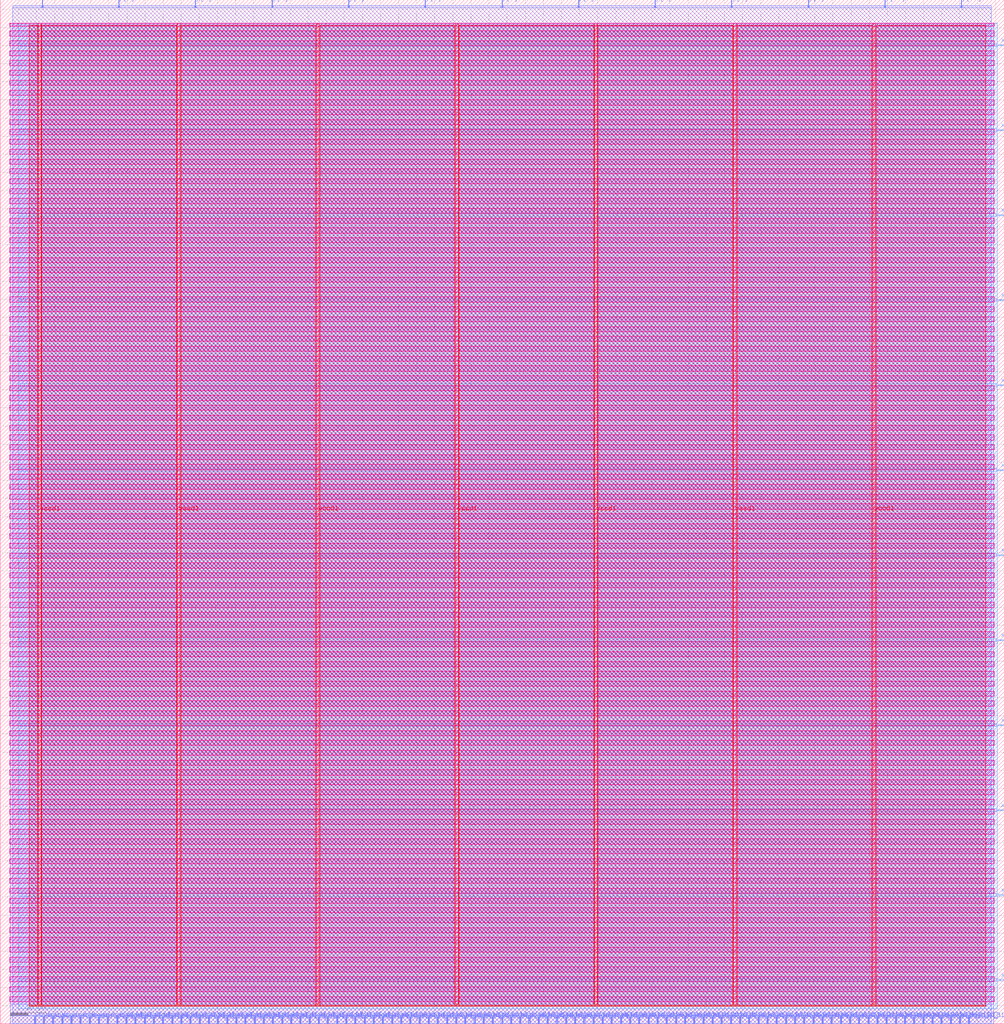
<source format=lef>
VERSION 5.7 ;
  NOWIREEXTENSIONATPIN ON ;
  DIVIDERCHAR "/" ;
  BUSBITCHARS "[]" ;
MACRO bqmain
  CLASS BLOCK ;
  FOREIGN bqmain ;
  ORIGIN 0.000 0.000 ;
  SIZE 554.570 BY 565.290 ;
  PIN bq_clk_i
    DIRECTION INPUT ;
    USE SIGNAL ;
    PORT
      LAYER met2 ;
        RECT 535.070 0.000 535.350 4.000 ;
    END
  END bq_clk_i
  PIN nreset
    DIRECTION INPUT ;
    USE SIGNAL ;
    PORT
      LAYER met2 ;
        RECT 23.090 561.290 23.370 565.290 ;
    END
  END nreset
  PIN vccd1
    DIRECTION INOUT ;
    USE POWER ;
    PORT
      LAYER met4 ;
        RECT 21.040 10.640 22.640 552.400 ;
    END
    PORT
      LAYER met4 ;
        RECT 174.640 10.640 176.240 552.400 ;
    END
    PORT
      LAYER met4 ;
        RECT 328.240 10.640 329.840 552.400 ;
    END
    PORT
      LAYER met4 ;
        RECT 481.840 10.640 483.440 552.400 ;
    END
  END vccd1
  PIN vssd1
    DIRECTION INOUT ;
    USE GROUND ;
    PORT
      LAYER met4 ;
        RECT 97.840 10.640 99.440 552.400 ;
    END
    PORT
      LAYER met4 ;
        RECT 251.440 10.640 253.040 552.400 ;
    END
    PORT
      LAYER met4 ;
        RECT 405.040 10.640 406.640 552.400 ;
    END
  END vssd1
  PIN wb_ack_o
    DIRECTION OUTPUT TRISTATE ;
    USE SIGNAL ;
    PORT
      LAYER met2 ;
        RECT 18.950 0.000 19.230 4.000 ;
    END
  END wb_ack_o
  PIN wb_adr_i[0]
    DIRECTION INPUT ;
    USE SIGNAL ;
    PORT
      LAYER met2 ;
        RECT 49.310 0.000 49.590 4.000 ;
    END
  END wb_adr_i[0]
  PIN wb_adr_i[10]
    DIRECTION INPUT ;
    USE SIGNAL ;
    PORT
      LAYER met2 ;
        RECT 201.110 0.000 201.390 4.000 ;
    END
  END wb_adr_i[10]
  PIN wb_adr_i[11]
    DIRECTION INPUT ;
    USE SIGNAL ;
    PORT
      LAYER met2 ;
        RECT 216.290 0.000 216.570 4.000 ;
    END
  END wb_adr_i[11]
  PIN wb_adr_i[12]
    DIRECTION INPUT ;
    USE SIGNAL ;
    PORT
      LAYER met2 ;
        RECT 231.470 0.000 231.750 4.000 ;
    END
  END wb_adr_i[12]
  PIN wb_adr_i[13]
    DIRECTION INPUT ;
    USE SIGNAL ;
    PORT
      LAYER met2 ;
        RECT 246.650 0.000 246.930 4.000 ;
    END
  END wb_adr_i[13]
  PIN wb_adr_i[14]
    DIRECTION INPUT ;
    USE SIGNAL ;
    PORT
      LAYER met2 ;
        RECT 261.830 0.000 262.110 4.000 ;
    END
  END wb_adr_i[14]
  PIN wb_adr_i[15]
    DIRECTION INPUT ;
    USE SIGNAL ;
    PORT
      LAYER met2 ;
        RECT 277.010 0.000 277.290 4.000 ;
    END
  END wb_adr_i[15]
  PIN wb_adr_i[16]
    DIRECTION INPUT ;
    USE SIGNAL ;
    PORT
      LAYER met2 ;
        RECT 292.190 0.000 292.470 4.000 ;
    END
  END wb_adr_i[16]
  PIN wb_adr_i[17]
    DIRECTION INPUT ;
    USE SIGNAL ;
    PORT
      LAYER met2 ;
        RECT 307.370 0.000 307.650 4.000 ;
    END
  END wb_adr_i[17]
  PIN wb_adr_i[18]
    DIRECTION INPUT ;
    USE SIGNAL ;
    PORT
      LAYER met2 ;
        RECT 322.550 0.000 322.830 4.000 ;
    END
  END wb_adr_i[18]
  PIN wb_adr_i[19]
    DIRECTION INPUT ;
    USE SIGNAL ;
    PORT
      LAYER met2 ;
        RECT 337.730 0.000 338.010 4.000 ;
    END
  END wb_adr_i[19]
  PIN wb_adr_i[1]
    DIRECTION INPUT ;
    USE SIGNAL ;
    PORT
      LAYER met2 ;
        RECT 64.490 0.000 64.770 4.000 ;
    END
  END wb_adr_i[1]
  PIN wb_adr_i[20]
    DIRECTION INPUT ;
    USE SIGNAL ;
    PORT
      LAYER met2 ;
        RECT 352.910 0.000 353.190 4.000 ;
    END
  END wb_adr_i[20]
  PIN wb_adr_i[21]
    DIRECTION INPUT ;
    USE SIGNAL ;
    PORT
      LAYER met2 ;
        RECT 368.090 0.000 368.370 4.000 ;
    END
  END wb_adr_i[21]
  PIN wb_adr_i[22]
    DIRECTION INPUT ;
    USE SIGNAL ;
    PORT
      LAYER met2 ;
        RECT 383.270 0.000 383.550 4.000 ;
    END
  END wb_adr_i[22]
  PIN wb_adr_i[23]
    DIRECTION INPUT ;
    USE SIGNAL ;
    PORT
      LAYER met2 ;
        RECT 398.450 0.000 398.730 4.000 ;
    END
  END wb_adr_i[23]
  PIN wb_adr_i[24]
    DIRECTION INPUT ;
    USE SIGNAL ;
    PORT
      LAYER met2 ;
        RECT 413.630 0.000 413.910 4.000 ;
    END
  END wb_adr_i[24]
  PIN wb_adr_i[25]
    DIRECTION INPUT ;
    USE SIGNAL ;
    PORT
      LAYER met2 ;
        RECT 428.810 0.000 429.090 4.000 ;
    END
  END wb_adr_i[25]
  PIN wb_adr_i[26]
    DIRECTION INPUT ;
    USE SIGNAL ;
    PORT
      LAYER met2 ;
        RECT 443.990 0.000 444.270 4.000 ;
    END
  END wb_adr_i[26]
  PIN wb_adr_i[27]
    DIRECTION INPUT ;
    USE SIGNAL ;
    PORT
      LAYER met2 ;
        RECT 459.170 0.000 459.450 4.000 ;
    END
  END wb_adr_i[27]
  PIN wb_adr_i[28]
    DIRECTION INPUT ;
    USE SIGNAL ;
    PORT
      LAYER met2 ;
        RECT 474.350 0.000 474.630 4.000 ;
    END
  END wb_adr_i[28]
  PIN wb_adr_i[29]
    DIRECTION INPUT ;
    USE SIGNAL ;
    PORT
      LAYER met2 ;
        RECT 489.530 0.000 489.810 4.000 ;
    END
  END wb_adr_i[29]
  PIN wb_adr_i[2]
    DIRECTION INPUT ;
    USE SIGNAL ;
    PORT
      LAYER met2 ;
        RECT 79.670 0.000 79.950 4.000 ;
    END
  END wb_adr_i[2]
  PIN wb_adr_i[30]
    DIRECTION INPUT ;
    USE SIGNAL ;
    PORT
      LAYER met2 ;
        RECT 504.710 0.000 504.990 4.000 ;
    END
  END wb_adr_i[30]
  PIN wb_adr_i[31]
    DIRECTION INPUT ;
    USE SIGNAL ;
    PORT
      LAYER met2 ;
        RECT 519.890 0.000 520.170 4.000 ;
    END
  END wb_adr_i[31]
  PIN wb_adr_i[3]
    DIRECTION INPUT ;
    USE SIGNAL ;
    PORT
      LAYER met2 ;
        RECT 94.850 0.000 95.130 4.000 ;
    END
  END wb_adr_i[3]
  PIN wb_adr_i[4]
    DIRECTION INPUT ;
    USE SIGNAL ;
    PORT
      LAYER met2 ;
        RECT 110.030 0.000 110.310 4.000 ;
    END
  END wb_adr_i[4]
  PIN wb_adr_i[5]
    DIRECTION INPUT ;
    USE SIGNAL ;
    PORT
      LAYER met2 ;
        RECT 125.210 0.000 125.490 4.000 ;
    END
  END wb_adr_i[5]
  PIN wb_adr_i[6]
    DIRECTION INPUT ;
    USE SIGNAL ;
    PORT
      LAYER met2 ;
        RECT 140.390 0.000 140.670 4.000 ;
    END
  END wb_adr_i[6]
  PIN wb_adr_i[7]
    DIRECTION INPUT ;
    USE SIGNAL ;
    PORT
      LAYER met2 ;
        RECT 155.570 0.000 155.850 4.000 ;
    END
  END wb_adr_i[7]
  PIN wb_adr_i[8]
    DIRECTION INPUT ;
    USE SIGNAL ;
    PORT
      LAYER met2 ;
        RECT 170.750 0.000 171.030 4.000 ;
    END
  END wb_adr_i[8]
  PIN wb_adr_i[9]
    DIRECTION INPUT ;
    USE SIGNAL ;
    PORT
      LAYER met2 ;
        RECT 185.930 0.000 186.210 4.000 ;
    END
  END wb_adr_i[9]
  PIN wb_clk_i
    DIRECTION INPUT ;
    USE SIGNAL ;
    PORT
      LAYER met2 ;
        RECT 24.010 0.000 24.290 4.000 ;
    END
  END wb_clk_i
  PIN wb_cyc_i
    DIRECTION INPUT ;
    USE SIGNAL ;
    PORT
      LAYER met2 ;
        RECT 29.070 0.000 29.350 4.000 ;
    END
  END wb_cyc_i
  PIN wb_dat_i[0]
    DIRECTION INPUT ;
    USE SIGNAL ;
    PORT
      LAYER met2 ;
        RECT 54.370 0.000 54.650 4.000 ;
    END
  END wb_dat_i[0]
  PIN wb_dat_i[10]
    DIRECTION INPUT ;
    USE SIGNAL ;
    PORT
      LAYER met2 ;
        RECT 206.170 0.000 206.450 4.000 ;
    END
  END wb_dat_i[10]
  PIN wb_dat_i[11]
    DIRECTION INPUT ;
    USE SIGNAL ;
    PORT
      LAYER met2 ;
        RECT 221.350 0.000 221.630 4.000 ;
    END
  END wb_dat_i[11]
  PIN wb_dat_i[12]
    DIRECTION INPUT ;
    USE SIGNAL ;
    PORT
      LAYER met2 ;
        RECT 236.530 0.000 236.810 4.000 ;
    END
  END wb_dat_i[12]
  PIN wb_dat_i[13]
    DIRECTION INPUT ;
    USE SIGNAL ;
    PORT
      LAYER met2 ;
        RECT 251.710 0.000 251.990 4.000 ;
    END
  END wb_dat_i[13]
  PIN wb_dat_i[14]
    DIRECTION INPUT ;
    USE SIGNAL ;
    PORT
      LAYER met2 ;
        RECT 266.890 0.000 267.170 4.000 ;
    END
  END wb_dat_i[14]
  PIN wb_dat_i[15]
    DIRECTION INPUT ;
    USE SIGNAL ;
    PORT
      LAYER met2 ;
        RECT 282.070 0.000 282.350 4.000 ;
    END
  END wb_dat_i[15]
  PIN wb_dat_i[16]
    DIRECTION INPUT ;
    USE SIGNAL ;
    PORT
      LAYER met2 ;
        RECT 297.250 0.000 297.530 4.000 ;
    END
  END wb_dat_i[16]
  PIN wb_dat_i[17]
    DIRECTION INPUT ;
    USE SIGNAL ;
    PORT
      LAYER met2 ;
        RECT 312.430 0.000 312.710 4.000 ;
    END
  END wb_dat_i[17]
  PIN wb_dat_i[18]
    DIRECTION INPUT ;
    USE SIGNAL ;
    PORT
      LAYER met2 ;
        RECT 327.610 0.000 327.890 4.000 ;
    END
  END wb_dat_i[18]
  PIN wb_dat_i[19]
    DIRECTION INPUT ;
    USE SIGNAL ;
    PORT
      LAYER met2 ;
        RECT 342.790 0.000 343.070 4.000 ;
    END
  END wb_dat_i[19]
  PIN wb_dat_i[1]
    DIRECTION INPUT ;
    USE SIGNAL ;
    PORT
      LAYER met2 ;
        RECT 69.550 0.000 69.830 4.000 ;
    END
  END wb_dat_i[1]
  PIN wb_dat_i[20]
    DIRECTION INPUT ;
    USE SIGNAL ;
    PORT
      LAYER met2 ;
        RECT 357.970 0.000 358.250 4.000 ;
    END
  END wb_dat_i[20]
  PIN wb_dat_i[21]
    DIRECTION INPUT ;
    USE SIGNAL ;
    PORT
      LAYER met2 ;
        RECT 373.150 0.000 373.430 4.000 ;
    END
  END wb_dat_i[21]
  PIN wb_dat_i[22]
    DIRECTION INPUT ;
    USE SIGNAL ;
    PORT
      LAYER met2 ;
        RECT 388.330 0.000 388.610 4.000 ;
    END
  END wb_dat_i[22]
  PIN wb_dat_i[23]
    DIRECTION INPUT ;
    USE SIGNAL ;
    PORT
      LAYER met2 ;
        RECT 403.510 0.000 403.790 4.000 ;
    END
  END wb_dat_i[23]
  PIN wb_dat_i[24]
    DIRECTION INPUT ;
    USE SIGNAL ;
    PORT
      LAYER met2 ;
        RECT 418.690 0.000 418.970 4.000 ;
    END
  END wb_dat_i[24]
  PIN wb_dat_i[25]
    DIRECTION INPUT ;
    USE SIGNAL ;
    PORT
      LAYER met2 ;
        RECT 433.870 0.000 434.150 4.000 ;
    END
  END wb_dat_i[25]
  PIN wb_dat_i[26]
    DIRECTION INPUT ;
    USE SIGNAL ;
    PORT
      LAYER met2 ;
        RECT 449.050 0.000 449.330 4.000 ;
    END
  END wb_dat_i[26]
  PIN wb_dat_i[27]
    DIRECTION INPUT ;
    USE SIGNAL ;
    PORT
      LAYER met2 ;
        RECT 464.230 0.000 464.510 4.000 ;
    END
  END wb_dat_i[27]
  PIN wb_dat_i[28]
    DIRECTION INPUT ;
    USE SIGNAL ;
    PORT
      LAYER met2 ;
        RECT 479.410 0.000 479.690 4.000 ;
    END
  END wb_dat_i[28]
  PIN wb_dat_i[29]
    DIRECTION INPUT ;
    USE SIGNAL ;
    PORT
      LAYER met2 ;
        RECT 494.590 0.000 494.870 4.000 ;
    END
  END wb_dat_i[29]
  PIN wb_dat_i[2]
    DIRECTION INPUT ;
    USE SIGNAL ;
    PORT
      LAYER met2 ;
        RECT 84.730 0.000 85.010 4.000 ;
    END
  END wb_dat_i[2]
  PIN wb_dat_i[30]
    DIRECTION INPUT ;
    USE SIGNAL ;
    PORT
      LAYER met2 ;
        RECT 509.770 0.000 510.050 4.000 ;
    END
  END wb_dat_i[30]
  PIN wb_dat_i[31]
    DIRECTION INPUT ;
    USE SIGNAL ;
    PORT
      LAYER met2 ;
        RECT 524.950 0.000 525.230 4.000 ;
    END
  END wb_dat_i[31]
  PIN wb_dat_i[3]
    DIRECTION INPUT ;
    USE SIGNAL ;
    PORT
      LAYER met2 ;
        RECT 99.910 0.000 100.190 4.000 ;
    END
  END wb_dat_i[3]
  PIN wb_dat_i[4]
    DIRECTION INPUT ;
    USE SIGNAL ;
    PORT
      LAYER met2 ;
        RECT 115.090 0.000 115.370 4.000 ;
    END
  END wb_dat_i[4]
  PIN wb_dat_i[5]
    DIRECTION INPUT ;
    USE SIGNAL ;
    PORT
      LAYER met2 ;
        RECT 130.270 0.000 130.550 4.000 ;
    END
  END wb_dat_i[5]
  PIN wb_dat_i[6]
    DIRECTION INPUT ;
    USE SIGNAL ;
    PORT
      LAYER met2 ;
        RECT 145.450 0.000 145.730 4.000 ;
    END
  END wb_dat_i[6]
  PIN wb_dat_i[7]
    DIRECTION INPUT ;
    USE SIGNAL ;
    PORT
      LAYER met2 ;
        RECT 160.630 0.000 160.910 4.000 ;
    END
  END wb_dat_i[7]
  PIN wb_dat_i[8]
    DIRECTION INPUT ;
    USE SIGNAL ;
    PORT
      LAYER met2 ;
        RECT 175.810 0.000 176.090 4.000 ;
    END
  END wb_dat_i[8]
  PIN wb_dat_i[9]
    DIRECTION INPUT ;
    USE SIGNAL ;
    PORT
      LAYER met2 ;
        RECT 190.990 0.000 191.270 4.000 ;
    END
  END wb_dat_i[9]
  PIN wb_dat_o[0]
    DIRECTION OUTPUT TRISTATE ;
    USE SIGNAL ;
    PORT
      LAYER met2 ;
        RECT 59.430 0.000 59.710 4.000 ;
    END
  END wb_dat_o[0]
  PIN wb_dat_o[10]
    DIRECTION OUTPUT TRISTATE ;
    USE SIGNAL ;
    PORT
      LAYER met2 ;
        RECT 211.230 0.000 211.510 4.000 ;
    END
  END wb_dat_o[10]
  PIN wb_dat_o[11]
    DIRECTION OUTPUT TRISTATE ;
    USE SIGNAL ;
    PORT
      LAYER met2 ;
        RECT 226.410 0.000 226.690 4.000 ;
    END
  END wb_dat_o[11]
  PIN wb_dat_o[12]
    DIRECTION OUTPUT TRISTATE ;
    USE SIGNAL ;
    PORT
      LAYER met2 ;
        RECT 241.590 0.000 241.870 4.000 ;
    END
  END wb_dat_o[12]
  PIN wb_dat_o[13]
    DIRECTION OUTPUT TRISTATE ;
    USE SIGNAL ;
    PORT
      LAYER met2 ;
        RECT 256.770 0.000 257.050 4.000 ;
    END
  END wb_dat_o[13]
  PIN wb_dat_o[14]
    DIRECTION OUTPUT TRISTATE ;
    USE SIGNAL ;
    PORT
      LAYER met2 ;
        RECT 271.950 0.000 272.230 4.000 ;
    END
  END wb_dat_o[14]
  PIN wb_dat_o[15]
    DIRECTION OUTPUT TRISTATE ;
    USE SIGNAL ;
    PORT
      LAYER met2 ;
        RECT 287.130 0.000 287.410 4.000 ;
    END
  END wb_dat_o[15]
  PIN wb_dat_o[16]
    DIRECTION OUTPUT TRISTATE ;
    USE SIGNAL ;
    PORT
      LAYER met2 ;
        RECT 302.310 0.000 302.590 4.000 ;
    END
  END wb_dat_o[16]
  PIN wb_dat_o[17]
    DIRECTION OUTPUT TRISTATE ;
    USE SIGNAL ;
    PORT
      LAYER met2 ;
        RECT 317.490 0.000 317.770 4.000 ;
    END
  END wb_dat_o[17]
  PIN wb_dat_o[18]
    DIRECTION OUTPUT TRISTATE ;
    USE SIGNAL ;
    PORT
      LAYER met2 ;
        RECT 332.670 0.000 332.950 4.000 ;
    END
  END wb_dat_o[18]
  PIN wb_dat_o[19]
    DIRECTION OUTPUT TRISTATE ;
    USE SIGNAL ;
    PORT
      LAYER met2 ;
        RECT 347.850 0.000 348.130 4.000 ;
    END
  END wb_dat_o[19]
  PIN wb_dat_o[1]
    DIRECTION OUTPUT TRISTATE ;
    USE SIGNAL ;
    PORT
      LAYER met2 ;
        RECT 74.610 0.000 74.890 4.000 ;
    END
  END wb_dat_o[1]
  PIN wb_dat_o[20]
    DIRECTION OUTPUT TRISTATE ;
    USE SIGNAL ;
    PORT
      LAYER met2 ;
        RECT 363.030 0.000 363.310 4.000 ;
    END
  END wb_dat_o[20]
  PIN wb_dat_o[21]
    DIRECTION OUTPUT TRISTATE ;
    USE SIGNAL ;
    PORT
      LAYER met2 ;
        RECT 378.210 0.000 378.490 4.000 ;
    END
  END wb_dat_o[21]
  PIN wb_dat_o[22]
    DIRECTION OUTPUT TRISTATE ;
    USE SIGNAL ;
    PORT
      LAYER met2 ;
        RECT 393.390 0.000 393.670 4.000 ;
    END
  END wb_dat_o[22]
  PIN wb_dat_o[23]
    DIRECTION OUTPUT TRISTATE ;
    USE SIGNAL ;
    PORT
      LAYER met2 ;
        RECT 408.570 0.000 408.850 4.000 ;
    END
  END wb_dat_o[23]
  PIN wb_dat_o[24]
    DIRECTION OUTPUT TRISTATE ;
    USE SIGNAL ;
    PORT
      LAYER met2 ;
        RECT 423.750 0.000 424.030 4.000 ;
    END
  END wb_dat_o[24]
  PIN wb_dat_o[25]
    DIRECTION OUTPUT TRISTATE ;
    USE SIGNAL ;
    PORT
      LAYER met2 ;
        RECT 438.930 0.000 439.210 4.000 ;
    END
  END wb_dat_o[25]
  PIN wb_dat_o[26]
    DIRECTION OUTPUT TRISTATE ;
    USE SIGNAL ;
    PORT
      LAYER met2 ;
        RECT 454.110 0.000 454.390 4.000 ;
    END
  END wb_dat_o[26]
  PIN wb_dat_o[27]
    DIRECTION OUTPUT TRISTATE ;
    USE SIGNAL ;
    PORT
      LAYER met2 ;
        RECT 469.290 0.000 469.570 4.000 ;
    END
  END wb_dat_o[27]
  PIN wb_dat_o[28]
    DIRECTION OUTPUT TRISTATE ;
    USE SIGNAL ;
    PORT
      LAYER met2 ;
        RECT 484.470 0.000 484.750 4.000 ;
    END
  END wb_dat_o[28]
  PIN wb_dat_o[29]
    DIRECTION OUTPUT TRISTATE ;
    USE SIGNAL ;
    PORT
      LAYER met2 ;
        RECT 499.650 0.000 499.930 4.000 ;
    END
  END wb_dat_o[29]
  PIN wb_dat_o[2]
    DIRECTION OUTPUT TRISTATE ;
    USE SIGNAL ;
    PORT
      LAYER met2 ;
        RECT 89.790 0.000 90.070 4.000 ;
    END
  END wb_dat_o[2]
  PIN wb_dat_o[30]
    DIRECTION OUTPUT TRISTATE ;
    USE SIGNAL ;
    PORT
      LAYER met2 ;
        RECT 514.830 0.000 515.110 4.000 ;
    END
  END wb_dat_o[30]
  PIN wb_dat_o[31]
    DIRECTION OUTPUT TRISTATE ;
    USE SIGNAL ;
    PORT
      LAYER met2 ;
        RECT 530.010 0.000 530.290 4.000 ;
    END
  END wb_dat_o[31]
  PIN wb_dat_o[3]
    DIRECTION OUTPUT TRISTATE ;
    USE SIGNAL ;
    PORT
      LAYER met2 ;
        RECT 104.970 0.000 105.250 4.000 ;
    END
  END wb_dat_o[3]
  PIN wb_dat_o[4]
    DIRECTION OUTPUT TRISTATE ;
    USE SIGNAL ;
    PORT
      LAYER met2 ;
        RECT 120.150 0.000 120.430 4.000 ;
    END
  END wb_dat_o[4]
  PIN wb_dat_o[5]
    DIRECTION OUTPUT TRISTATE ;
    USE SIGNAL ;
    PORT
      LAYER met2 ;
        RECT 135.330 0.000 135.610 4.000 ;
    END
  END wb_dat_o[5]
  PIN wb_dat_o[6]
    DIRECTION OUTPUT TRISTATE ;
    USE SIGNAL ;
    PORT
      LAYER met2 ;
        RECT 150.510 0.000 150.790 4.000 ;
    END
  END wb_dat_o[6]
  PIN wb_dat_o[7]
    DIRECTION OUTPUT TRISTATE ;
    USE SIGNAL ;
    PORT
      LAYER met2 ;
        RECT 165.690 0.000 165.970 4.000 ;
    END
  END wb_dat_o[7]
  PIN wb_dat_o[8]
    DIRECTION OUTPUT TRISTATE ;
    USE SIGNAL ;
    PORT
      LAYER met2 ;
        RECT 180.870 0.000 181.150 4.000 ;
    END
  END wb_dat_o[8]
  PIN wb_dat_o[9]
    DIRECTION OUTPUT TRISTATE ;
    USE SIGNAL ;
    PORT
      LAYER met2 ;
        RECT 196.050 0.000 196.330 4.000 ;
    END
  END wb_dat_o[9]
  PIN wb_rst_i
    DIRECTION INPUT ;
    USE SIGNAL ;
    PORT
      LAYER met2 ;
        RECT 34.130 0.000 34.410 4.000 ;
    END
  END wb_rst_i
  PIN wb_stb_i
    DIRECTION INPUT ;
    USE SIGNAL ;
    PORT
      LAYER met2 ;
        RECT 39.190 0.000 39.470 4.000 ;
    END
  END wb_stb_i
  PIN wb_we_i
    DIRECTION INPUT ;
    USE SIGNAL ;
    PORT
      LAYER met2 ;
        RECT 44.250 0.000 44.530 4.000 ;
    END
  END wb_we_i
  PIN x[0]
    DIRECTION INPUT ;
    USE SIGNAL ;
    PORT
      LAYER met3 ;
        RECT 550.570 23.840 554.570 24.440 ;
    END
  END x[0]
  PIN x[10]
    DIRECTION INPUT ;
    USE SIGNAL ;
    PORT
      LAYER met3 ;
        RECT 550.570 493.040 554.570 493.640 ;
    END
  END x[10]
  PIN x[11]
    DIRECTION INPUT ;
    USE SIGNAL ;
    PORT
      LAYER met3 ;
        RECT 550.570 539.960 554.570 540.560 ;
    END
  END x[11]
  PIN x[1]
    DIRECTION INPUT ;
    USE SIGNAL ;
    PORT
      LAYER met3 ;
        RECT 550.570 70.760 554.570 71.360 ;
    END
  END x[1]
  PIN x[2]
    DIRECTION INPUT ;
    USE SIGNAL ;
    PORT
      LAYER met3 ;
        RECT 550.570 117.680 554.570 118.280 ;
    END
  END x[2]
  PIN x[3]
    DIRECTION INPUT ;
    USE SIGNAL ;
    PORT
      LAYER met3 ;
        RECT 550.570 164.600 554.570 165.200 ;
    END
  END x[3]
  PIN x[4]
    DIRECTION INPUT ;
    USE SIGNAL ;
    PORT
      LAYER met3 ;
        RECT 550.570 211.520 554.570 212.120 ;
    END
  END x[4]
  PIN x[5]
    DIRECTION INPUT ;
    USE SIGNAL ;
    PORT
      LAYER met3 ;
        RECT 550.570 258.440 554.570 259.040 ;
    END
  END x[5]
  PIN x[6]
    DIRECTION INPUT ;
    USE SIGNAL ;
    PORT
      LAYER met3 ;
        RECT 550.570 305.360 554.570 305.960 ;
    END
  END x[6]
  PIN x[7]
    DIRECTION INPUT ;
    USE SIGNAL ;
    PORT
      LAYER met3 ;
        RECT 550.570 352.280 554.570 352.880 ;
    END
  END x[7]
  PIN x[8]
    DIRECTION INPUT ;
    USE SIGNAL ;
    PORT
      LAYER met3 ;
        RECT 550.570 399.200 554.570 399.800 ;
    END
  END x[8]
  PIN x[9]
    DIRECTION INPUT ;
    USE SIGNAL ;
    PORT
      LAYER met3 ;
        RECT 550.570 446.120 554.570 446.720 ;
    END
  END x[9]
  PIN y[0]
    DIRECTION OUTPUT TRISTATE ;
    USE SIGNAL ;
    PORT
      LAYER met2 ;
        RECT 65.410 561.290 65.690 565.290 ;
    END
  END y[0]
  PIN y[10]
    DIRECTION OUTPUT TRISTATE ;
    USE SIGNAL ;
    PORT
      LAYER met2 ;
        RECT 488.610 561.290 488.890 565.290 ;
    END
  END y[10]
  PIN y[11]
    DIRECTION OUTPUT TRISTATE ;
    USE SIGNAL ;
    PORT
      LAYER met2 ;
        RECT 530.930 561.290 531.210 565.290 ;
    END
  END y[11]
  PIN y[1]
    DIRECTION OUTPUT TRISTATE ;
    USE SIGNAL ;
    PORT
      LAYER met2 ;
        RECT 107.730 561.290 108.010 565.290 ;
    END
  END y[1]
  PIN y[2]
    DIRECTION OUTPUT TRISTATE ;
    USE SIGNAL ;
    PORT
      LAYER met2 ;
        RECT 150.050 561.290 150.330 565.290 ;
    END
  END y[2]
  PIN y[3]
    DIRECTION OUTPUT TRISTATE ;
    USE SIGNAL ;
    PORT
      LAYER met2 ;
        RECT 192.370 561.290 192.650 565.290 ;
    END
  END y[3]
  PIN y[4]
    DIRECTION OUTPUT TRISTATE ;
    USE SIGNAL ;
    PORT
      LAYER met2 ;
        RECT 234.690 561.290 234.970 565.290 ;
    END
  END y[4]
  PIN y[5]
    DIRECTION OUTPUT TRISTATE ;
    USE SIGNAL ;
    PORT
      LAYER met2 ;
        RECT 277.010 561.290 277.290 565.290 ;
    END
  END y[5]
  PIN y[6]
    DIRECTION OUTPUT TRISTATE ;
    USE SIGNAL ;
    PORT
      LAYER met2 ;
        RECT 319.330 561.290 319.610 565.290 ;
    END
  END y[6]
  PIN y[7]
    DIRECTION OUTPUT TRISTATE ;
    USE SIGNAL ;
    PORT
      LAYER met2 ;
        RECT 361.650 561.290 361.930 565.290 ;
    END
  END y[7]
  PIN y[8]
    DIRECTION OUTPUT TRISTATE ;
    USE SIGNAL ;
    PORT
      LAYER met2 ;
        RECT 403.970 561.290 404.250 565.290 ;
    END
  END y[8]
  PIN y[9]
    DIRECTION OUTPUT TRISTATE ;
    USE SIGNAL ;
    PORT
      LAYER met2 ;
        RECT 446.290 561.290 446.570 565.290 ;
    END
  END y[9]
  OBS
      LAYER nwell ;
        RECT 5.330 550.745 548.970 552.350 ;
        RECT 5.330 545.305 548.970 548.135 ;
        RECT 5.330 539.865 548.970 542.695 ;
        RECT 5.330 534.425 548.970 537.255 ;
        RECT 5.330 528.985 548.970 531.815 ;
        RECT 5.330 523.545 548.970 526.375 ;
        RECT 5.330 518.105 548.970 520.935 ;
        RECT 5.330 512.665 548.970 515.495 ;
        RECT 5.330 507.225 548.970 510.055 ;
        RECT 5.330 501.785 548.970 504.615 ;
        RECT 5.330 496.345 548.970 499.175 ;
        RECT 5.330 490.905 548.970 493.735 ;
        RECT 5.330 485.465 548.970 488.295 ;
        RECT 5.330 480.025 548.970 482.855 ;
        RECT 5.330 474.585 548.970 477.415 ;
        RECT 5.330 469.145 548.970 471.975 ;
        RECT 5.330 463.705 548.970 466.535 ;
        RECT 5.330 458.265 548.970 461.095 ;
        RECT 5.330 452.825 548.970 455.655 ;
        RECT 5.330 447.385 548.970 450.215 ;
        RECT 5.330 441.945 548.970 444.775 ;
        RECT 5.330 436.505 548.970 439.335 ;
        RECT 5.330 431.065 548.970 433.895 ;
        RECT 5.330 425.625 548.970 428.455 ;
        RECT 5.330 420.185 548.970 423.015 ;
        RECT 5.330 414.745 548.970 417.575 ;
        RECT 5.330 409.305 548.970 412.135 ;
        RECT 5.330 403.865 548.970 406.695 ;
        RECT 5.330 398.425 548.970 401.255 ;
        RECT 5.330 392.985 548.970 395.815 ;
        RECT 5.330 387.545 548.970 390.375 ;
        RECT 5.330 382.105 548.970 384.935 ;
        RECT 5.330 376.665 548.970 379.495 ;
        RECT 5.330 371.225 548.970 374.055 ;
        RECT 5.330 365.785 548.970 368.615 ;
        RECT 5.330 360.345 548.970 363.175 ;
        RECT 5.330 354.905 548.970 357.735 ;
        RECT 5.330 349.465 548.970 352.295 ;
        RECT 5.330 344.025 548.970 346.855 ;
        RECT 5.330 338.585 548.970 341.415 ;
        RECT 5.330 333.145 548.970 335.975 ;
        RECT 5.330 327.705 548.970 330.535 ;
        RECT 5.330 322.265 548.970 325.095 ;
        RECT 5.330 316.825 548.970 319.655 ;
        RECT 5.330 311.385 548.970 314.215 ;
        RECT 5.330 305.945 548.970 308.775 ;
        RECT 5.330 300.505 548.970 303.335 ;
        RECT 5.330 295.065 548.970 297.895 ;
        RECT 5.330 289.625 548.970 292.455 ;
        RECT 5.330 284.185 548.970 287.015 ;
        RECT 5.330 278.745 548.970 281.575 ;
        RECT 5.330 273.305 548.970 276.135 ;
        RECT 5.330 267.865 548.970 270.695 ;
        RECT 5.330 262.425 548.970 265.255 ;
        RECT 5.330 256.985 548.970 259.815 ;
        RECT 5.330 251.545 548.970 254.375 ;
        RECT 5.330 246.105 548.970 248.935 ;
        RECT 5.330 240.665 548.970 243.495 ;
        RECT 5.330 235.225 548.970 238.055 ;
        RECT 5.330 229.785 548.970 232.615 ;
        RECT 5.330 224.345 548.970 227.175 ;
        RECT 5.330 218.905 548.970 221.735 ;
        RECT 5.330 213.465 548.970 216.295 ;
        RECT 5.330 208.025 548.970 210.855 ;
        RECT 5.330 202.585 548.970 205.415 ;
        RECT 5.330 197.145 548.970 199.975 ;
        RECT 5.330 191.705 548.970 194.535 ;
        RECT 5.330 186.265 548.970 189.095 ;
        RECT 5.330 180.825 548.970 183.655 ;
        RECT 5.330 175.385 548.970 178.215 ;
        RECT 5.330 169.945 548.970 172.775 ;
        RECT 5.330 164.505 548.970 167.335 ;
        RECT 5.330 159.065 548.970 161.895 ;
        RECT 5.330 153.625 548.970 156.455 ;
        RECT 5.330 148.185 548.970 151.015 ;
        RECT 5.330 142.745 548.970 145.575 ;
        RECT 5.330 137.305 548.970 140.135 ;
        RECT 5.330 131.865 548.970 134.695 ;
        RECT 5.330 126.425 548.970 129.255 ;
        RECT 5.330 120.985 548.970 123.815 ;
        RECT 5.330 115.545 548.970 118.375 ;
        RECT 5.330 110.105 548.970 112.935 ;
        RECT 5.330 104.665 548.970 107.495 ;
        RECT 5.330 99.225 548.970 102.055 ;
        RECT 5.330 93.785 548.970 96.615 ;
        RECT 5.330 88.345 548.970 91.175 ;
        RECT 5.330 82.905 548.970 85.735 ;
        RECT 5.330 77.465 548.970 80.295 ;
        RECT 5.330 72.025 548.970 74.855 ;
        RECT 5.330 66.585 548.970 69.415 ;
        RECT 5.330 61.145 548.970 63.975 ;
        RECT 5.330 55.705 548.970 58.535 ;
        RECT 5.330 50.265 548.970 53.095 ;
        RECT 5.330 44.825 548.970 47.655 ;
        RECT 5.330 39.385 548.970 42.215 ;
        RECT 5.330 33.945 548.970 36.775 ;
        RECT 5.330 28.505 548.970 31.335 ;
        RECT 5.330 23.065 548.970 25.895 ;
        RECT 5.330 17.625 548.970 20.455 ;
        RECT 5.330 12.185 548.970 15.015 ;
      LAYER li1 ;
        RECT 5.520 10.795 548.780 552.245 ;
      LAYER met1 ;
        RECT 5.520 0.040 548.780 552.400 ;
      LAYER met2 ;
        RECT 7.000 561.010 22.810 562.090 ;
        RECT 23.650 561.010 65.130 562.090 ;
        RECT 65.970 561.010 107.450 562.090 ;
        RECT 108.290 561.010 149.770 562.090 ;
        RECT 150.610 561.010 192.090 562.090 ;
        RECT 192.930 561.010 234.410 562.090 ;
        RECT 235.250 561.010 276.730 562.090 ;
        RECT 277.570 561.010 319.050 562.090 ;
        RECT 319.890 561.010 361.370 562.090 ;
        RECT 362.210 561.010 403.690 562.090 ;
        RECT 404.530 561.010 446.010 562.090 ;
        RECT 446.850 561.010 488.330 562.090 ;
        RECT 489.170 561.010 530.650 562.090 ;
        RECT 531.490 561.010 547.300 562.090 ;
        RECT 7.000 4.280 547.300 561.010 ;
        RECT 7.000 0.010 18.670 4.280 ;
        RECT 19.510 0.010 23.730 4.280 ;
        RECT 24.570 0.010 28.790 4.280 ;
        RECT 29.630 0.010 33.850 4.280 ;
        RECT 34.690 0.010 38.910 4.280 ;
        RECT 39.750 0.010 43.970 4.280 ;
        RECT 44.810 0.010 49.030 4.280 ;
        RECT 49.870 0.010 54.090 4.280 ;
        RECT 54.930 0.010 59.150 4.280 ;
        RECT 59.990 0.010 64.210 4.280 ;
        RECT 65.050 0.010 69.270 4.280 ;
        RECT 70.110 0.010 74.330 4.280 ;
        RECT 75.170 0.010 79.390 4.280 ;
        RECT 80.230 0.010 84.450 4.280 ;
        RECT 85.290 0.010 89.510 4.280 ;
        RECT 90.350 0.010 94.570 4.280 ;
        RECT 95.410 0.010 99.630 4.280 ;
        RECT 100.470 0.010 104.690 4.280 ;
        RECT 105.530 0.010 109.750 4.280 ;
        RECT 110.590 0.010 114.810 4.280 ;
        RECT 115.650 0.010 119.870 4.280 ;
        RECT 120.710 0.010 124.930 4.280 ;
        RECT 125.770 0.010 129.990 4.280 ;
        RECT 130.830 0.010 135.050 4.280 ;
        RECT 135.890 0.010 140.110 4.280 ;
        RECT 140.950 0.010 145.170 4.280 ;
        RECT 146.010 0.010 150.230 4.280 ;
        RECT 151.070 0.010 155.290 4.280 ;
        RECT 156.130 0.010 160.350 4.280 ;
        RECT 161.190 0.010 165.410 4.280 ;
        RECT 166.250 0.010 170.470 4.280 ;
        RECT 171.310 0.010 175.530 4.280 ;
        RECT 176.370 0.010 180.590 4.280 ;
        RECT 181.430 0.010 185.650 4.280 ;
        RECT 186.490 0.010 190.710 4.280 ;
        RECT 191.550 0.010 195.770 4.280 ;
        RECT 196.610 0.010 200.830 4.280 ;
        RECT 201.670 0.010 205.890 4.280 ;
        RECT 206.730 0.010 210.950 4.280 ;
        RECT 211.790 0.010 216.010 4.280 ;
        RECT 216.850 0.010 221.070 4.280 ;
        RECT 221.910 0.010 226.130 4.280 ;
        RECT 226.970 0.010 231.190 4.280 ;
        RECT 232.030 0.010 236.250 4.280 ;
        RECT 237.090 0.010 241.310 4.280 ;
        RECT 242.150 0.010 246.370 4.280 ;
        RECT 247.210 0.010 251.430 4.280 ;
        RECT 252.270 0.010 256.490 4.280 ;
        RECT 257.330 0.010 261.550 4.280 ;
        RECT 262.390 0.010 266.610 4.280 ;
        RECT 267.450 0.010 271.670 4.280 ;
        RECT 272.510 0.010 276.730 4.280 ;
        RECT 277.570 0.010 281.790 4.280 ;
        RECT 282.630 0.010 286.850 4.280 ;
        RECT 287.690 0.010 291.910 4.280 ;
        RECT 292.750 0.010 296.970 4.280 ;
        RECT 297.810 0.010 302.030 4.280 ;
        RECT 302.870 0.010 307.090 4.280 ;
        RECT 307.930 0.010 312.150 4.280 ;
        RECT 312.990 0.010 317.210 4.280 ;
        RECT 318.050 0.010 322.270 4.280 ;
        RECT 323.110 0.010 327.330 4.280 ;
        RECT 328.170 0.010 332.390 4.280 ;
        RECT 333.230 0.010 337.450 4.280 ;
        RECT 338.290 0.010 342.510 4.280 ;
        RECT 343.350 0.010 347.570 4.280 ;
        RECT 348.410 0.010 352.630 4.280 ;
        RECT 353.470 0.010 357.690 4.280 ;
        RECT 358.530 0.010 362.750 4.280 ;
        RECT 363.590 0.010 367.810 4.280 ;
        RECT 368.650 0.010 372.870 4.280 ;
        RECT 373.710 0.010 377.930 4.280 ;
        RECT 378.770 0.010 382.990 4.280 ;
        RECT 383.830 0.010 388.050 4.280 ;
        RECT 388.890 0.010 393.110 4.280 ;
        RECT 393.950 0.010 398.170 4.280 ;
        RECT 399.010 0.010 403.230 4.280 ;
        RECT 404.070 0.010 408.290 4.280 ;
        RECT 409.130 0.010 413.350 4.280 ;
        RECT 414.190 0.010 418.410 4.280 ;
        RECT 419.250 0.010 423.470 4.280 ;
        RECT 424.310 0.010 428.530 4.280 ;
        RECT 429.370 0.010 433.590 4.280 ;
        RECT 434.430 0.010 438.650 4.280 ;
        RECT 439.490 0.010 443.710 4.280 ;
        RECT 444.550 0.010 448.770 4.280 ;
        RECT 449.610 0.010 453.830 4.280 ;
        RECT 454.670 0.010 458.890 4.280 ;
        RECT 459.730 0.010 463.950 4.280 ;
        RECT 464.790 0.010 469.010 4.280 ;
        RECT 469.850 0.010 474.070 4.280 ;
        RECT 474.910 0.010 479.130 4.280 ;
        RECT 479.970 0.010 484.190 4.280 ;
        RECT 485.030 0.010 489.250 4.280 ;
        RECT 490.090 0.010 494.310 4.280 ;
        RECT 495.150 0.010 499.370 4.280 ;
        RECT 500.210 0.010 504.430 4.280 ;
        RECT 505.270 0.010 509.490 4.280 ;
        RECT 510.330 0.010 514.550 4.280 ;
        RECT 515.390 0.010 519.610 4.280 ;
        RECT 520.450 0.010 524.670 4.280 ;
        RECT 525.510 0.010 529.730 4.280 ;
        RECT 530.570 0.010 534.790 4.280 ;
        RECT 535.630 0.010 547.300 4.280 ;
      LAYER met3 ;
        RECT 10.185 540.960 550.570 552.325 ;
        RECT 10.185 539.560 550.170 540.960 ;
        RECT 10.185 494.040 550.570 539.560 ;
        RECT 10.185 492.640 550.170 494.040 ;
        RECT 10.185 447.120 550.570 492.640 ;
        RECT 10.185 445.720 550.170 447.120 ;
        RECT 10.185 400.200 550.570 445.720 ;
        RECT 10.185 398.800 550.170 400.200 ;
        RECT 10.185 353.280 550.570 398.800 ;
        RECT 10.185 351.880 550.170 353.280 ;
        RECT 10.185 306.360 550.570 351.880 ;
        RECT 10.185 304.960 550.170 306.360 ;
        RECT 10.185 259.440 550.570 304.960 ;
        RECT 10.185 258.040 550.170 259.440 ;
        RECT 10.185 212.520 550.570 258.040 ;
        RECT 10.185 211.120 550.170 212.520 ;
        RECT 10.185 165.600 550.570 211.120 ;
        RECT 10.185 164.200 550.170 165.600 ;
        RECT 10.185 118.680 550.570 164.200 ;
        RECT 10.185 117.280 550.170 118.680 ;
        RECT 10.185 71.760 550.570 117.280 ;
        RECT 10.185 70.360 550.170 71.760 ;
        RECT 10.185 24.840 550.570 70.360 ;
        RECT 10.185 23.440 550.170 24.840 ;
        RECT 10.185 8.335 550.570 23.440 ;
      LAYER met4 ;
        RECT 15.935 10.240 20.640 551.305 ;
        RECT 23.040 10.240 97.440 551.305 ;
        RECT 99.840 10.240 174.240 551.305 ;
        RECT 176.640 10.240 251.040 551.305 ;
        RECT 253.440 10.240 327.840 551.305 ;
        RECT 330.240 10.240 404.640 551.305 ;
        RECT 407.040 10.240 481.440 551.305 ;
        RECT 483.840 10.240 544.345 551.305 ;
        RECT 15.935 9.695 544.345 10.240 ;
  END
END bqmain
END LIBRARY


</source>
